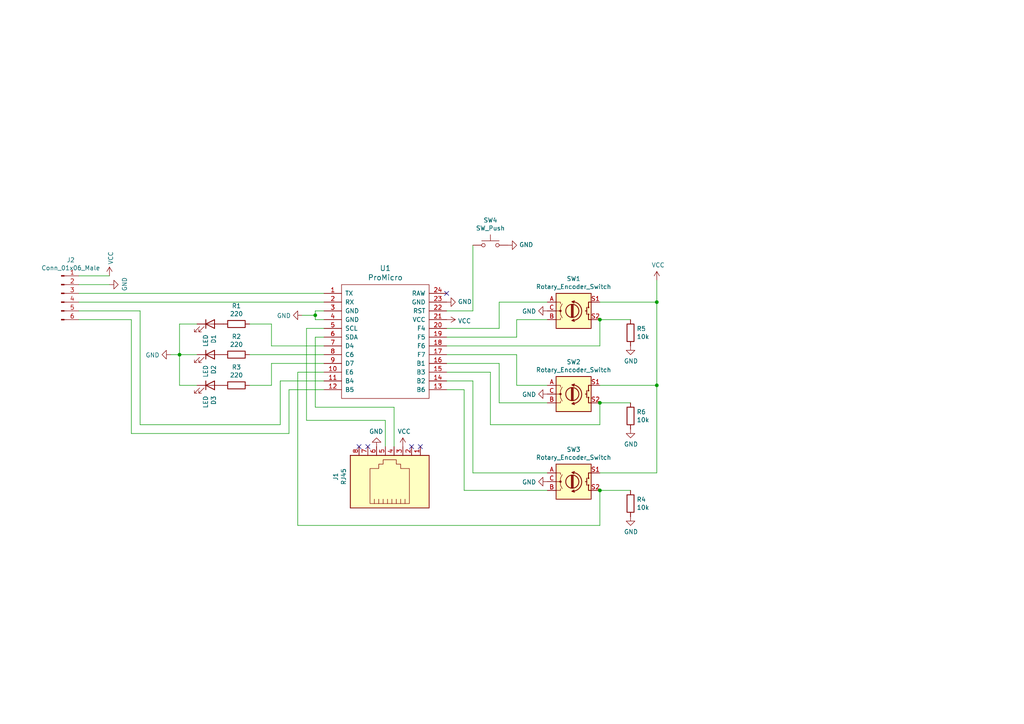
<source format=kicad_sch>
(kicad_sch (version 20230121) (generator eeschema)
  (paper "A4")
  (lib_symbols
    (symbol "Connector:RJ45" (pin_names (offset 1.016))
      (property "Reference" "J" (at -5.08 13.97 0))
      (property "Value" "RJ45" (at 2.54 13.97 0))
      (symbol "RJ45_0_1"
        (polyline (pts (xy -5.08 4.445) (xy -6.35 4.445)))
        (polyline (pts (xy -5.08 5.715) (xy -6.35 5.715)))
        (polyline (pts (xy -6.35 -3.175) (xy -5.08 -3.175) (xy -5.08 -3.175)))
        (polyline (pts (xy -6.35 -1.905) (xy -5.08 -1.905) (xy -5.08 -1.905)))
        (polyline (pts (xy -6.35 -0.635) (xy -5.08 -0.635) (xy -5.08 -0.635)))
        (polyline (pts (xy -6.35 0.635) (xy -5.08 0.635) (xy -5.08 0.635)))
        (polyline (pts (xy -6.35 1.905) (xy -5.08 1.905) (xy -5.08 1.905)))
        (polyline (pts (xy -5.08 3.175) (xy -6.35 3.175) (xy -6.35 3.175)))
        (polyline (pts (xy -6.35 -4.445) (xy -6.35 6.985) (xy 3.81 6.985) (xy 3.81 4.445) (xy 5.08 4.445) (xy 5.08 3.175) (xy 6.35 3.175) (xy 6.35 -0.635) (xy 5.08 -0.635) (xy 5.08 -1.905) (xy 3.81 -1.905) (xy 3.81 -4.445) (xy -6.35 -4.445) (xy -6.35 -4.445)))
        (rectangle (start 7.62 12.7) (end -7.62 -10.16) (stroke (width 0.254)) (fill (type background)))
      )
      (symbol "RJ45_1_1"
        (pin passive line (at 10.16 -7.62 180) (length 2.54) (name "~") (number "1"))
        (pin passive line (at 10.16 -5.08 180) (length 2.54) (name "~") (number "2"))
        (pin passive line (at 10.16 -2.54 180) (length 2.54) (name "~") (number "3"))
        (pin passive line (at 10.16 0 180) (length 2.54) (name "~") (number "4"))
        (pin passive line (at 10.16 2.54 180) (length 2.54) (name "~") (number "5"))
        (pin passive line (at 10.16 5.08 180) (length 2.54) (name "~") (number "6"))
        (pin passive line (at 10.16 7.62 180) (length 2.54) (name "~") (number "7"))
        (pin passive line (at 10.16 10.16 180) (length 2.54) (name "~") (number "8"))
      )
    )
    (symbol "Device:LED" (pin_numbers hide) (pin_names (offset 1.016) hide)
      (property "Reference" "D" (at 0 2.54 0))
      (property "Value" "LED" (at 0 -2.54 0))
      (symbol "LED_0_1"
        (polyline (pts (xy -1.27 -1.27) (xy -1.27 1.27)) (stroke (width 0.254)))
        (polyline (pts (xy -1.27 0) (xy 1.27 0)))
        (polyline (pts (xy 1.27 -1.27) (xy 1.27 1.27) (xy -1.27 0) (xy 1.27 -1.27)) (stroke (width 0.254)))
        (polyline (pts (xy -3.048 -0.762) (xy -4.572 -2.286) (xy -3.81 -2.286) (xy -4.572 -2.286) (xy -4.572 -1.524)))
        (polyline (pts (xy -1.778 -0.762) (xy -3.302 -2.286) (xy -2.54 -2.286) (xy -3.302 -2.286) (xy -3.302 -1.524)))
      )
      (symbol "LED_1_1"
        (pin passive line (at -3.81 0 0) (length 2.54) (name "K") (number "1"))
        (pin passive line (at 3.81 0 180) (length 2.54) (name "A") (number "2"))
      )
    )
    (symbol "Device:R" (pin_numbers hide) (pin_names (offset 0))
      (property "Reference" "R" (at 2.032 0 90))
      (property "Value" "R" (at 0 0 90))
      (symbol "R_0_1"
        (rectangle (start -1.016 -2.54) (end 1.016 2.54) (stroke (width 0.254)))
      )
      (symbol "R_1_1"
        (pin passive line (at 0 3.81 270) (length 1.27) (name "~") (number "1"))
        (pin passive line (at 0 -3.81 90) (length 1.27) (name "~") (number "2"))
      )
    )
    (symbol "Switch:SW_Push" (pin_numbers hide) (pin_names (offset 1.016) hide)
      (property "Reference" "SW" (at 1.27 2.54 0))
      (property "Value" "SW_Push" (at 0 -1.524 0))
      (symbol "SW_Push_0_1"
        (circle (center -2.032 0) (radius 0.508))
        (polyline (pts (xy 0 1.27) (xy 0 3.048)))
        (polyline (pts (xy 2.54 1.27) (xy -2.54 1.27)))
        (circle (center 2.032 0) (radius 0.508))
        (pin passive line (at -5.08 0 0) (length 2.54) (name "1") (number "1"))
        (pin passive line (at 5.08 0 180) (length 2.54) (name "2") (number "2"))
      )
    )
    (symbol "modelMterminalAdapter-rescue:Conn_01x06_Male-Connector" (pin_names (offset 1.016) hide)
      (property "Reference" "J" (at 0 7.62 0))
      (property "Value" "Connector_Conn_01x06_Male" (at 0 -10.16 0))
      (symbol "Conn_01x06_Male-Connector_1_1"
        (polyline (pts (xy 1.27 -7.62) (xy 0.8636 -7.62)) (stroke (width 0.1524)))
        (polyline (pts (xy 1.27 -5.08) (xy 0.8636 -5.08)) (stroke (width 0.1524)))
        (polyline (pts (xy 1.27 -2.54) (xy 0.8636 -2.54)) (stroke (width 0.1524)))
        (polyline (pts (xy 1.27 0) (xy 0.8636 0)) (stroke (width 0.1524)))
        (polyline (pts (xy 1.27 2.54) (xy 0.8636 2.54)) (stroke (width 0.1524)))
        (polyline (pts (xy 1.27 5.08) (xy 0.8636 5.08)) (stroke (width 0.1524)))
        (rectangle (start 0.8636 -7.493) (end 0 -7.747) (stroke (width 0.1524)) (fill (type outline)))
        (rectangle (start 0.8636 -4.953) (end 0 -5.207) (stroke (width 0.1524)) (fill (type outline)))
        (rectangle (start 0.8636 -2.413) (end 0 -2.667) (stroke (width 0.1524)) (fill (type outline)))
        (rectangle (start 0.8636 0.127) (end 0 -0.127) (stroke (width 0.1524)) (fill (type outline)))
        (rectangle (start 0.8636 2.667) (end 0 2.413) (stroke (width 0.1524)) (fill (type outline)))
        (rectangle (start 0.8636 5.207) (end 0 4.953) (stroke (width 0.1524)) (fill (type outline)))
        (pin passive line (at 5.08 5.08 180) (length 3.81) (name "Pin_1") (number "1"))
        (pin passive line (at 5.08 2.54 180) (length 3.81) (name "Pin_2") (number "2"))
        (pin passive line (at 5.08 0 180) (length 3.81) (name "Pin_3") (number "3"))
        (pin passive line (at 5.08 -2.54 180) (length 3.81) (name "Pin_4") (number "4"))
        (pin passive line (at 5.08 -5.08 180) (length 3.81) (name "Pin_5") (number "5"))
        (pin passive line (at 5.08 -7.62 180) (length 3.81) (name "Pin_6") (number "6"))
      )
    )
    (symbol "modelMterminalAdapter-rescue:ProMicro-promicro" (pin_names (offset 1.016))
      (property "Reference" "U" (at 0 24.13 0))
      (property "Value" "promicro_ProMicro" (at 0 -13.97 0))
      (symbol "ProMicro-promicro_0_1"
        (rectangle (start -12.7 21.59) (end 12.7 -11.43))
      )
      (symbol "ProMicro-promicro_1_1"
        (pin bidirectional line (at -17.78 19.05 0) (length 5.08) (name "TX") (number "1"))
        (pin bidirectional line (at -17.78 -3.81 0) (length 5.08) (name "E6") (number "10"))
        (pin bidirectional line (at -17.78 -6.35 0) (length 5.08) (name "B4") (number "11"))
        (pin bidirectional line (at -17.78 -8.89 0) (length 5.08) (name "B5") (number "12"))
        (pin bidirectional line (at 17.78 -8.89 180) (length 5.08) (name "B6") (number "13"))
        (pin bidirectional line (at 17.78 -6.35 180) (length 5.08) (name "B2") (number "14"))
        (pin bidirectional line (at 17.78 -3.81 180) (length 5.08) (name "B3") (number "15"))
        (pin bidirectional line (at 17.78 -1.27 180) (length 5.08) (name "B1") (number "16"))
        (pin bidirectional line (at 17.78 1.27 180) (length 5.08) (name "F7") (number "17"))
        (pin bidirectional line (at 17.78 3.81 180) (length 5.08) (name "F6") (number "18"))
        (pin bidirectional line (at 17.78 6.35 180) (length 5.08) (name "F5") (number "19"))
        (pin bidirectional line (at -17.78 16.51 0) (length 5.08) (name "RX") (number "2"))
        (pin bidirectional line (at 17.78 8.89 180) (length 5.08) (name "F4") (number "20"))
        (pin power_in line (at 17.78 11.43 180) (length 5.08) (name "VCC") (number "21"))
        (pin input line (at 17.78 13.97 180) (length 5.08) (name "RST") (number "22"))
        (pin power_in line (at 17.78 16.51 180) (length 5.08) (name "GND") (number "23"))
        (pin power_out line (at 17.78 19.05 180) (length 5.08) (name "RAW") (number "24"))
        (pin power_in line (at -17.78 13.97 0) (length 5.08) (name "GND") (number "3"))
        (pin power_in line (at -17.78 11.43 0) (length 5.08) (name "GND") (number "4"))
        (pin bidirectional line (at -17.78 8.89 0) (length 5.08) (name "SCL") (number "5"))
        (pin bidirectional line (at -17.78 6.35 0) (length 5.08) (name "SDA") (number "6"))
        (pin bidirectional line (at -17.78 3.81 0) (length 5.08) (name "D4") (number "7"))
        (pin bidirectional line (at -17.78 1.27 0) (length 5.08) (name "C6") (number "8"))
        (pin bidirectional line (at -17.78 -1.27 0) (length 5.08) (name "D7") (number "9"))
      )
    )
    (symbol "modelMterminalAdapter-rescue:Rotary_Encoder_Switch-Device" (pin_names (offset 0.254) hide)
      (property "Reference" "SW" (at 0 6.604 0))
      (property "Value" "Device_Rotary_Encoder_Switch" (at 0 -6.604 0))
      (symbol "Rotary_Encoder_Switch-Device_0_1"
        (rectangle (start -5.08 5.08) (end 5.08 -5.08) (stroke (width 0.254)) (fill (type background)))
        (circle (center -3.81 0) (radius 0.254) (fill (type outline)))
        (arc (start -0.381 -2.794) (mid 2.3376 -0.0635) (end -0.381 2.667) (stroke (width 0.254)))
        (circle (center -0.381 0) (radius 1.905) (stroke (width 0.254)))
        (polyline (pts (xy -0.635 -1.778) (xy -0.635 1.778)) (stroke (width 0.254)))
        (polyline (pts (xy -0.381 -1.778) (xy -0.381 1.778)) (stroke (width 0.254)))
        (polyline (pts (xy -0.127 1.778) (xy -0.127 -1.778)) (stroke (width 0.254)))
        (polyline (pts (xy 3.81 0) (xy 3.429 0)) (stroke (width 0.254)))
        (polyline (pts (xy 3.81 1.016) (xy 3.81 -1.016)) (stroke (width 0.254)))
        (polyline (pts (xy -5.08 -2.54) (xy -3.81 -2.54) (xy -3.81 -2.032)))
        (polyline (pts (xy -5.08 2.54) (xy -3.81 2.54) (xy -3.81 2.032)))
        (polyline (pts (xy 0.254 -3.048) (xy -0.508 -2.794) (xy 0.127 -2.413)) (stroke (width 0.254)))
        (polyline (pts (xy 0.254 2.921) (xy -0.508 2.667) (xy 0.127 2.286)) (stroke (width 0.254)))
        (polyline (pts (xy 5.08 -2.54) (xy 4.318 -2.54) (xy 4.318 -1.016)) (stroke (width 0.254)))
        (polyline (pts (xy 5.08 2.54) (xy 4.318 2.54) (xy 4.318 1.016)) (stroke (width 0.254)))
        (polyline (pts (xy -5.08 0) (xy -3.81 0) (xy -3.81 -1.016) (xy -3.302 -2.032)))
        (polyline (pts (xy -4.318 0) (xy -3.81 0) (xy -3.81 1.016) (xy -3.302 2.032)))
        (circle (center 4.318 -1.016) (radius 0.127) (stroke (width 0.254)))
        (circle (center 4.318 1.016) (radius 0.127) (stroke (width 0.254)))
      )
      (symbol "Rotary_Encoder_Switch-Device_1_1"
        (pin passive line (at -7.62 2.54 0) (length 2.54) (name "A") (number "A"))
        (pin passive line (at -7.62 -2.54 0) (length 2.54) (name "B") (number "B"))
        (pin passive line (at -7.62 0 0) (length 2.54) (name "C") (number "C"))
        (pin passive line (at 7.62 2.54 180) (length 2.54) (name "S1") (number "S1"))
        (pin passive line (at 7.62 -2.54 180) (length 2.54) (name "S2") (number "S2"))
      )
    )
    (symbol "power:GND" (power) (pin_names (offset 0))
      (property "Value" "GND" (at 0 -3.81 0))
      (symbol "GND_0_1"
        (polyline (pts (xy 0 0) (xy 0 -1.27) (xy 1.27 -1.27) (xy 0 -2.54) (xy -1.27 -1.27) (xy 0 -1.27)))
      )
      (symbol "GND_1_1"
        (pin power_in line (at 0 0 270) (length 0) hide (name "GND") (number "1"))
      )
    )
    (symbol "power:VCC" (power) (pin_names (offset 0))
      (property "Value" "VCC" (at 0 3.81 0))
      (symbol "VCC_0_1"
        (polyline (pts (xy -0.762 1.27) (xy 0 2.54)))
        (polyline (pts (xy 0 0) (xy 0 2.54)))
        (polyline (pts (xy 0 2.54) (xy 0.762 1.27)))
      )
      (symbol "VCC_1_1"
        (pin power_in line (at 0 0 90) (length 0) hide (name "VCC") (number "1"))
      )
    )
  )
  (junction (at 91.44 91.44))
  (junction (at 173.99 116.84))
  (junction (at 52.07 102.87))
  (junction (at 173.99 92.71))
  (junction (at 173.99 142.24))
  (junction (at 190.5 111.76))
  (junction (at 190.5 87.63))
  (no_connect (at 106.68 129.54))
  (no_connect (at 119.38 129.54))
  (no_connect (at 121.92 129.54))
  (no_connect (at 129.54 85.09))
  (no_connect (at 104.14 129.54))
  (wire (pts (xy 149.86 92.71) (xy 149.86 97.79)))
  (wire (pts (xy 129.54 100.33) (xy 173.99 100.33)))
  (wire (pts (xy 83.82 125.73) (xy 38.1 125.73)))
  (wire (pts (xy 129.54 107.95) (xy 142.24 107.95)))
  (wire (pts (xy 190.5 111.76) (xy 190.5 137.16)))
  (wire (pts (xy 111.76 129.54) (xy 111.76 121.92)))
  (wire (pts (xy 22.86 82.55) (xy 31.75 82.55)))
  (wire (pts (xy 87.63 91.44) (xy 91.44 91.44)))
  (wire (pts (xy 38.1 125.73) (xy 38.1 92.71)))
  (wire (pts (xy 86.36 107.95) (xy 93.98 107.95)))
  (wire (pts (xy 142.24 107.95) (xy 142.24 123.19)))
  (wire (pts (xy 57.15 111.76) (xy 52.07 111.76)))
  (wire (pts (xy 40.64 90.17) (xy 40.64 123.19)))
  (wire (pts (xy 158.75 142.24) (xy 134.62 142.24)))
  (wire (pts (xy 190.5 87.63) (xy 190.5 111.76)))
  (wire (pts (xy 81.28 110.49) (xy 93.98 110.49)))
  (wire (pts (xy 190.5 111.76) (xy 173.99 111.76)))
  (wire (pts (xy 137.16 90.17) (xy 137.16 71.12)))
  (wire (pts (xy 93.98 113.03) (xy 83.82 113.03)))
  (wire (pts (xy 173.99 142.24) (xy 173.99 152.4)))
  (wire (pts (xy 134.62 142.24) (xy 134.62 113.03)))
  (wire (pts (xy 91.44 91.44) (xy 91.44 92.71)))
  (wire (pts (xy 158.75 92.71) (xy 149.86 92.71)))
  (wire (pts (xy 52.07 93.98) (xy 52.07 102.87)))
  (wire (pts (xy 78.74 100.33) (xy 78.74 93.98)))
  (wire (pts (xy 173.99 87.63) (xy 190.5 87.63)))
  (wire (pts (xy 22.86 90.17) (xy 40.64 90.17)))
  (wire (pts (xy 86.36 152.4) (xy 86.36 107.95)))
  (wire (pts (xy 137.16 137.16) (xy 137.16 110.49)))
  (wire (pts (xy 114.3 129.54) (xy 114.3 118.11)))
  (wire (pts (xy 57.15 93.98) (xy 52.07 93.98)))
  (wire (pts (xy 52.07 102.87) (xy 52.07 111.76)))
  (wire (pts (xy 78.74 93.98) (xy 72.39 93.98)))
  (wire (pts (xy 22.86 87.63) (xy 93.98 87.63)))
  (wire (pts (xy 88.9 121.92) (xy 88.9 95.25)))
  (wire (pts (xy 158.75 111.76) (xy 149.86 111.76)))
  (wire (pts (xy 83.82 113.03) (xy 83.82 125.73)))
  (wire (pts (xy 81.28 110.49) (xy 81.28 123.19)))
  (wire (pts (xy 111.76 121.92) (xy 88.9 121.92)))
  (wire (pts (xy 134.62 113.03) (xy 129.54 113.03)))
  (wire (pts (xy 129.54 97.79) (xy 149.86 97.79)))
  (wire (pts (xy 57.15 102.87) (xy 52.07 102.87)))
  (wire (pts (xy 190.5 87.63) (xy 190.5 81.28)))
  (wire (pts (xy 88.9 95.25) (xy 93.98 95.25)))
  (wire (pts (xy 91.44 97.79) (xy 93.98 97.79)))
  (wire (pts (xy 129.54 90.17) (xy 137.16 90.17)))
  (wire (pts (xy 49.53 102.87) (xy 52.07 102.87)))
  (wire (pts (xy 158.75 116.84) (xy 144.78 116.84)))
  (wire (pts (xy 182.88 92.71) (xy 173.99 92.71)))
  (wire (pts (xy 182.88 116.84) (xy 173.99 116.84)))
  (wire (pts (xy 173.99 152.4) (xy 86.36 152.4)))
  (wire (pts (xy 142.24 123.19) (xy 173.99 123.19)))
  (wire (pts (xy 129.54 105.41) (xy 144.78 105.41)))
  (wire (pts (xy 144.78 116.84) (xy 144.78 105.41)))
  (wire (pts (xy 72.39 102.87) (xy 93.98 102.87)))
  (wire (pts (xy 158.75 137.16) (xy 137.16 137.16)))
  (wire (pts (xy 137.16 110.49) (xy 129.54 110.49)))
  (wire (pts (xy 78.74 100.33) (xy 93.98 100.33)))
  (wire (pts (xy 144.78 87.63) (xy 144.78 95.25)))
  (wire (pts (xy 149.86 111.76) (xy 149.86 102.87)))
  (wire (pts (xy 114.3 118.11) (xy 91.44 118.11)))
  (wire (pts (xy 129.54 102.87) (xy 149.86 102.87)))
  (wire (pts (xy 173.99 123.19) (xy 173.99 116.84)))
  (wire (pts (xy 182.88 142.24) (xy 173.99 142.24)))
  (wire (pts (xy 93.98 90.17) (xy 91.44 90.17)))
  (wire (pts (xy 91.44 118.11) (xy 91.44 97.79)))
  (wire (pts (xy 129.54 95.25) (xy 144.78 95.25)))
  (wire (pts (xy 22.86 85.09) (xy 93.98 85.09)))
  (wire (pts (xy 78.74 105.41) (xy 78.74 111.76)))
  (wire (pts (xy 91.44 92.71) (xy 93.98 92.71)))
  (wire (pts (xy 190.5 137.16) (xy 173.99 137.16)))
  (wire (pts (xy 81.28 123.19) (xy 40.64 123.19)))
  (wire (pts (xy 173.99 92.71) (xy 173.99 100.33)))
  (wire (pts (xy 158.75 87.63) (xy 144.78 87.63)))
  (wire (pts (xy 22.86 92.71) (xy 38.1 92.71)))
  (wire (pts (xy 78.74 105.41) (xy 93.98 105.41)))
  (wire (pts (xy 91.44 90.17) (xy 91.44 91.44)))
  (wire (pts (xy 31.75 80.01) (xy 22.86 80.01)))
  (wire (pts (xy 78.74 111.76) (xy 72.39 111.76)))
  (symbol (lib_id "modelMterminalAdapter-rescue:ProMicro-promicro") (at 111.76 104.14 0) (unit 1)
    (property "Reference" "U1" (at 111.76 77.8002 0) (effects (font (size 1.524 1.524))))
    (property "Value" "ProMicro" (at 111.76 80.4926 0) (effects (font (size 1.524 1.524))))
    (property "Footprint" "promicro:ProMicro" (effects hide))
  )
  (symbol (lib_id "Connector:RJ45") (at 114.3 139.7 90) (unit 1)
    (property "Reference" "J1" (at 97.3582 138.2522 0))
    (property "Value" "RJ45" (at 99.6696 138.2522 0))
    (property "Footprint" "Connector_RJ:RJ45_Amphenol_RJHSE5380" (effects hide))
  )
  (symbol (lib_id "modelMterminalAdapter-rescue:Rotary_Encoder_Switch-Device") (at 166.37 90.17 0) (unit 1)
    (property "Reference" "SW1" (at 166.37 80.8482 0))
    (property "Value" "Rotary_Encoder_Switch" (at 166.37 83.1596 0))
    (property "Footprint" "Rotary_Encoder:RotaryEncoder_Alps_EC11E-Switch_Vertical_H20mm" (effects hide))
  )
  (symbol (lib_id "modelMterminalAdapter-rescue:Rotary_Encoder_Switch-Device") (at 166.37 114.3 0) (unit 1)
    (property "Reference" "SW2" (at 166.37 104.9782 0))
    (property "Value" "Rotary_Encoder_Switch" (at 166.37 107.2896 0))
    (property "Footprint" "Rotary_Encoder:RotaryEncoder_Alps_EC11E-Switch_Vertical_H20mm" (effects hide))
  )
  (symbol (lib_id "Device:LED") (at 60.96 93.98 0) (unit 1)
    (property "Reference" "D1" (at 61.9506 96.9772 90) (effects (justify right)))
    (property "Value" "LED" (at 59.6392 96.9772 90) (effects (justify right)))
    (property "Footprint" "LED_THT:LED_D5.0mm" (effects hide))
  )
  (symbol (lib_id "Device:LED") (at 60.96 102.87 0) (unit 1)
    (property "Reference" "D2" (at 61.9506 105.8672 90) (effects (justify right)))
    (property "Value" "LED" (at 59.6392 105.8672 90) (effects (justify right)))
    (property "Footprint" "LED_THT:LED_D5.0mm" (effects hide))
  )
  (symbol (lib_id "Device:LED") (at 60.96 111.76 0) (unit 1)
    (property "Reference" "D3" (at 61.9506 114.7572 90) (effects (justify right)))
    (property "Value" "LED" (at 59.6392 114.7572 90) (effects (justify right)))
    (property "Footprint" "LED_THT:LED_D5.0mm" (effects hide))
  )
  (symbol (lib_id "power:GND") (at 87.63 91.44 270) (unit 1)
    (property "Reference" "#PWR0101" (effects hide))
    (property "Value" "GND" (at 84.3788 91.567 90) (effects (justify right)))
  )
  (symbol (lib_id "power:GND") (at 109.22 129.54 180) (unit 1)
    (property "Reference" "#PWR0102" (effects hide))
    (property "Value" "GND" (at 109.093 125.1458 0))
  )
  (symbol (lib_id "power:GND") (at 129.54 87.63 90) (unit 1)
    (property "Reference" "#PWR0103" (effects hide))
    (property "Value" "GND" (at 132.7912 87.503 90) (effects (justify right)))
  )
  (symbol (lib_id "Device:R") (at 68.58 93.98 270) (unit 1)
    (property "Reference" "R1" (at 68.58 88.7222 90))
    (property "Value" "220" (at 68.58 91.0336 90))
    (property "Footprint" "Resistor_THT:R_Axial_DIN0207_L6.3mm_D2.5mm_P7.62mm_Horizontal" (effects hide))
  )
  (symbol (lib_id "Device:R") (at 68.58 102.87 270) (unit 1)
    (property "Reference" "R2" (at 68.58 97.6122 90))
    (property "Value" "220" (at 68.58 99.9236 90))
    (property "Footprint" "Resistor_THT:R_Axial_DIN0207_L6.3mm_D2.5mm_P7.62mm_Horizontal" (effects hide))
  )
  (symbol (lib_id "Device:R") (at 68.58 111.76 270) (unit 1)
    (property "Reference" "R3" (at 68.58 106.5022 90))
    (property "Value" "220" (at 68.58 108.8136 90))
    (property "Footprint" "Resistor_THT:R_Axial_DIN0207_L6.3mm_D2.5mm_P7.62mm_Horizontal" (effects hide))
  )
  (symbol (lib_id "power:GND") (at 49.53 102.87 270) (unit 1)
    (property "Reference" "#PWR0104" (effects hide))
    (property "Value" "GND" (at 46.2788 102.997 90) (effects (justify right)))
  )
  (symbol (lib_id "power:GND") (at 158.75 90.17 270) (unit 1)
    (property "Reference" "#PWR0105" (effects hide))
    (property "Value" "GND" (at 155.4988 90.297 90) (effects (justify right)))
  )
  (symbol (lib_id "power:GND") (at 158.75 114.3 270) (unit 1)
    (property "Reference" "#PWR0106" (effects hide))
    (property "Value" "GND" (at 155.4988 114.427 90) (effects (justify right)))
  )
  (symbol (lib_id "Device:R") (at 182.88 96.52 0) (unit 1)
    (property "Reference" "R5" (at 184.658 95.3516 0) (effects (justify left)))
    (property "Value" "10k" (at 184.658 97.663 0) (effects (justify left)))
    (property "Footprint" "Resistor_THT:R_Axial_DIN0207_L6.3mm_D2.5mm_P7.62mm_Horizontal" (effects hide))
  )
  (symbol (lib_id "power:GND") (at 182.88 100.33 0) (unit 1)
    (property "Reference" "#PWR0107" (effects hide))
    (property "Value" "GND" (at 183.007 104.7242 0))
  )
  (symbol (lib_id "Device:R") (at 182.88 120.65 0) (unit 1)
    (property "Reference" "R6" (at 184.658 119.4816 0) (effects (justify left)))
    (property "Value" "10k" (at 184.658 121.793 0) (effects (justify left)))
    (property "Footprint" "Resistor_THT:R_Axial_DIN0207_L6.3mm_D2.5mm_P7.62mm_Horizontal" (effects hide))
  )
  (symbol (lib_id "power:GND") (at 182.88 124.46 0) (unit 1)
    (property "Reference" "#PWR0108" (effects hide))
    (property "Value" "GND" (at 183.007 128.8542 0))
  )
  (symbol (lib_id "Switch:SW_Push") (at 142.24 71.12 0) (unit 1)
    (property "Reference" "SW4" (at 142.24 63.881 0))
    (property "Value" "SW_Push" (at 142.24 66.1924 0))
    (property "Footprint" "Button_Switch_SMD:SW_SPST_CK_RS282G05A3" (effects hide))
  )
  (symbol (lib_id "power:GND") (at 147.32 71.12 90) (unit 1)
    (property "Reference" "#PWR0109" (effects hide))
    (property "Value" "GND" (at 150.5712 70.993 90) (effects (justify right)))
  )
  (symbol (lib_id "modelMterminalAdapter-rescue:Rotary_Encoder_Switch-Device") (at 166.37 139.7 0) (unit 1)
    (property "Reference" "SW3" (at 166.37 130.3782 0))
    (property "Value" "Rotary_Encoder_Switch" (at 166.37 132.6896 0))
    (property "Footprint" "Rotary_Encoder:RotaryEncoder_Alps_EC11E-Switch_Vertical_H20mm" (effects hide))
  )
  (symbol (lib_id "power:GND") (at 158.75 139.7 270) (unit 1)
    (property "Reference" "#PWR05" (effects hide))
    (property "Value" "GND" (at 155.4988 139.827 90) (effects (justify right)))
  )
  (symbol (lib_id "Device:R") (at 182.88 146.05 0) (unit 1)
    (property "Reference" "R4" (at 184.658 144.8816 0) (effects (justify left)))
    (property "Value" "10k" (at 184.658 147.193 0) (effects (justify left)))
    (property "Footprint" "Resistor_THT:R_Axial_DIN0207_L6.3mm_D2.5mm_P7.62mm_Horizontal" (effects hide))
  )
  (symbol (lib_id "power:GND") (at 182.88 149.86 0) (unit 1)
    (property "Reference" "#PWR06" (effects hide))
    (property "Value" "GND" (at 183.007 154.2542 0))
  )
  (symbol (lib_id "modelMterminalAdapter-rescue:Conn_01x06_Male-Connector") (at 17.78 85.09 0) (unit 1)
    (property "Reference" "J2" (at 20.5232 75.4126 0))
    (property "Value" "Conn_01x06_Male" (at 20.5232 77.724 0))
    (property "Footprint" "Connector_PinHeader_2.54mm:PinHeader_1x06_P2.54mm_Vertical" (effects hide))
  )
  (symbol (lib_id "power:GND") (at 31.75 82.55 90) (unit 1)
    (property "Reference" "#PWR01" (effects hide))
    (property "Value" "GND" (at 36.1442 82.423 0))
  )
  (symbol (lib_id "power:VCC") (at 31.75 80.01 0) (unit 1)
    (property "Reference" "#PWR02" (effects hide))
    (property "Value" "VCC" (at 32.131 76.7588 90) (effects (justify left)))
  )
  (symbol (lib_id "power:VCC") (at 190.5 81.28 0) (unit 1)
    (property "Reference" "#PWR07" (effects hide))
    (property "Value" "VCC" (at 190.881 76.8858 0))
  )
  (symbol (lib_id "power:VCC") (at 116.84 129.54 0) (unit 1)
    (property "Reference" "#PWR03" (effects hide))
    (property "Value" "VCC" (at 117.221 125.1458 0))
  )
  (symbol (lib_id "power:VCC") (at 129.54 92.71 270) (unit 1)
    (property "Reference" "#PWR04" (effects hide))
    (property "Value" "VCC" (at 132.7912 93.091 90) (effects (justify left)))
  )
)
</source>
